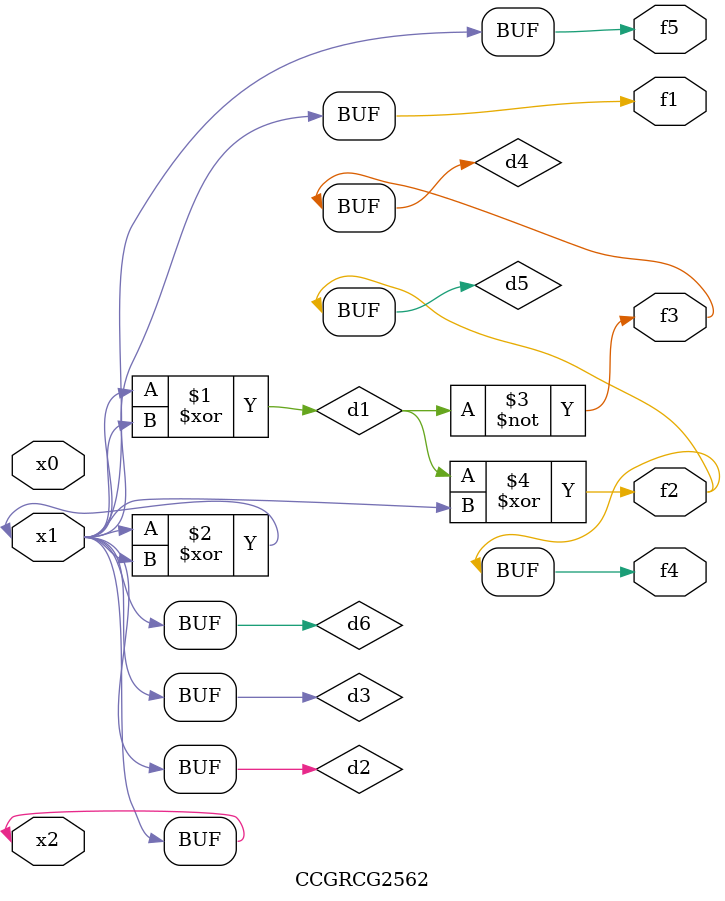
<source format=v>
module CCGRCG2562(
	input x0, x1, x2,
	output f1, f2, f3, f4, f5
);

	wire d1, d2, d3, d4, d5, d6;

	xor (d1, x1, x2);
	buf (d2, x1, x2);
	xor (d3, x1, x2);
	nor (d4, d1);
	xor (d5, d1, d2);
	buf (d6, d2, d3);
	assign f1 = d6;
	assign f2 = d5;
	assign f3 = d4;
	assign f4 = d5;
	assign f5 = d6;
endmodule

</source>
